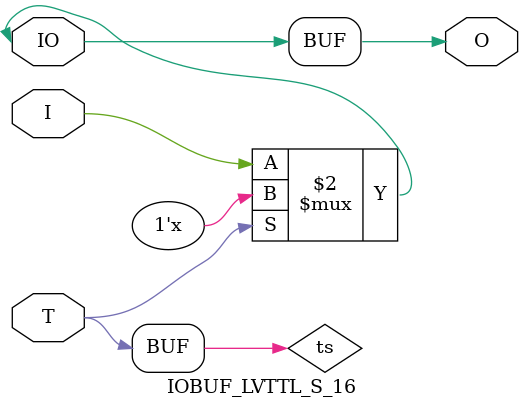
<source format=v>

/*

FUNCTION    : INPUT TRI-STATE OUTPUT BUFFER

*/

`celldefine
`timescale  100 ps / 10 ps

module IOBUF_LVTTL_S_16 (O, IO, I, T);

    output O;

    inout  IO;

    input  I, T;

    or O1 (ts, 1'b0, T);
    bufif0 T1 (IO, I, ts);

    buf B1 (O, IO);

endmodule

</source>
